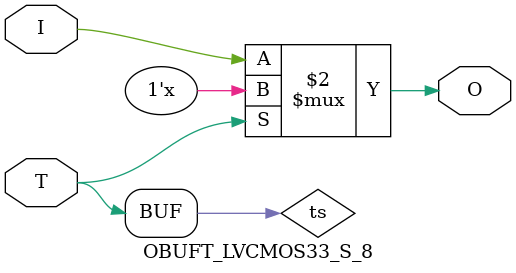
<source format=v>

/*

FUNCTION    : TRI-STATE OUTPUT BUFFER

*/

`celldefine
`timescale  100 ps / 10 ps

module OBUFT_LVCMOS33_S_8 (O, I, T);

    output O;

    input  I, T;

    or O1 (ts, 1'b0, T);
    bufif0 T1 (O, I, ts);

endmodule

</source>
